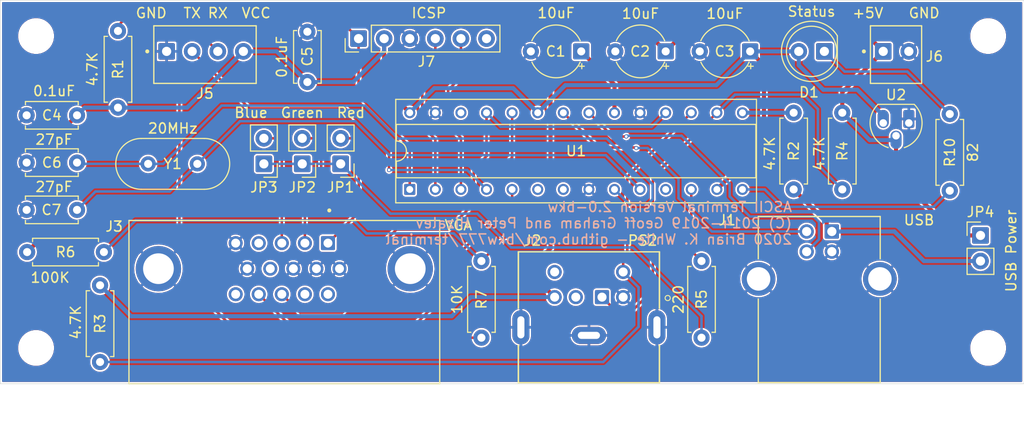
<source format=kicad_pcb>
(kicad_pcb (version 20171130) (host pcbnew 5.1.6-c6e7f7d~87~ubuntu20.04.1)
  (layers (0 F.Cu signal) (31 B.Cu signal) (34 B.Paste user) (35 F.Paste user) (36 B.SilkS user) (37 F.SilkS user) (38 B.Mask user) (39 F.Mask user) (44 Edge.Cuts user))
  (net 0 "")
  (net 1 GND)
  (net 2 "Net-(C1-Pad1)")
  (net 3 +5V)
  (net 4 VCC)
  (net 5 "Net-(C6-Pad1)")
  (net 6 "Net-(C7-Pad1)")
  (net 7 "Net-(D1-Pad1)")
  (net 8 USB_D+)
  (net 9 USB_D-)
  (net 10 USB_VBUS)
  (net 11 "Net-(J2-Pad6)")
  (net 12 PS2_CLK)
  (net 13 "Net-(J2-Pad2)")
  (net 14 "Net-(J3-Pad15)")
  (net 15 VGA_VSYNCH)
  (net 16 VGA_HSYNCH)
  (net 17 "Net-(J3-Pad12)")
  (net 18 "Net-(J3-Pad11)")
  (net 19 "Net-(J3-Pad9)")
  (net 20 "Net-(J3-Pad4)")
  (net 21 "Net-(J3-Pad3)")
  (net 22 "Net-(J3-Pad2)")
  (net 23 "Net-(J3-Pad1)")
  (net 24 "Net-(J5-Pad3)")
  (net 25 SERIAL_TXD)
  (net 26 "Net-(J7-Pad6)")
  (net 27 ICSP_PCC)
  (net 28 ICSP_PGD)
  (net 29 ICSP_MCLR)
  (net 30 "Net-(JP1-Pad1)")
  (net 31 "Net-(R2-Pad1)")
  (net 32 SERIAL_RXD)
  (net 33 "Net-(U1-Pad26)")
  (net 34 VGA_VIDEO)
  (net 35 PS2_DATA)
  (net 36 "Net-(R10-Pad1)")
  (net 37 "Net-(U1-Pad11)")
  (net 38 "Net-(U1-Pad7)")
  (net 39 "Net-(U1-Pad6)")
  (module terminal:AMPHENOL_L77HDE15SD1CH4F (layer F.Cu) (at 53.594 52.07)
    (fp_text reference J3 (at -16.891 -4.191) (layer F.SilkS))
    (fp_text value VGA (at 17.272 -4.318) (layer F.SilkS))
    (pad S2 thru_hole circle (at 12.495 0) (size 4.5 4.5) (drill 3.05) (layers *.Cu *.Mask) (net 1 GND))
    (pad S1 thru_hole circle (at -12.495 0) (size 4.5 4.5) (drill 3.05) (layers *.Cu *.Mask) (net 1 GND))
    (pad 15 thru_hole circle (at -4.83 2.54) (size 1.397 1.397) (drill 0.889) (layers *.Cu *.Mask) (net 14 "Net-(J3-Pad15)"))
    (pad 14 thru_hole circle (at -2.54 2.54) (size 1.397 1.397) (drill 0.889) (layers *.Cu *.Mask) (net 15 VGA_VSYNCH))
    (pad 13 thru_hole circle (at -0.25 2.54) (size 1.397 1.397) (drill 0.889) (layers *.Cu *.Mask) (net 16 VGA_HSYNCH))
    (pad 12 thru_hole circle (at 2.04 2.54) (size 1.397 1.397) (drill 0.889) (layers *.Cu *.Mask) (net 17 "Net-(J3-Pad12)"))
    (pad 11 thru_hole circle (at 4.33 2.54) (size 1.397 1.397) (drill 0.889) (layers *.Cu *.Mask) (net 18 "Net-(J3-Pad11)"))
    (pad 10 thru_hole circle (at -3.685 0) (size 1.397 1.397) (drill 0.889) (layers *.Cu *.Mask) (net 1 GND))
    (pad 9 thru_hole circle (at -1.395 0) (size 1.397 1.397) (drill 0.889) (layers *.Cu *.Mask) (net 19 "Net-(J3-Pad9)"))
    (pad 8 thru_hole circle (at 0.895 0) (size 1.397 1.397) (drill 0.889) (layers *.Cu *.Mask) (net 1 GND))
    (pad 7 thru_hole circle (at 3.185 0) (size 1.397 1.397) (drill 0.889) (layers *.Cu *.Mask) (net 1 GND))
    (pad 6 thru_hole circle (at 5.475 0) (size 1.397 1.397) (drill 0.889) (layers *.Cu *.Mask) (net 1 GND))
    (pad 5 thru_hole circle (at -4.83 -2.54) (size 1.397 1.397) (drill 0.889) (layers *.Cu *.Mask) (net 1 GND))
    (pad 4 thru_hole circle (at -2.54 -2.54) (size 1.397 1.397) (drill 0.889) (layers *.Cu *.Mask) (net 20 "Net-(J3-Pad4)"))
    (pad 3 thru_hole circle (at -0.25 -2.54) (size 1.397 1.397) (drill 0.889) (layers *.Cu *.Mask) (net 21 "Net-(J3-Pad3)"))
    (pad 2 thru_hole circle (at 2.04 -2.54) (size 1.397 1.397) (drill 0.889) (layers *.Cu *.Mask) (net 22 "Net-(J3-Pad2)"))
    (pad 1 thru_hole roundrect (at 4.33 -2.54) (size 1.397 1.397) (drill 0.889) (layers *.Cu *.Mask) (roundrect_rratio 0.1) (net 23 "Net-(J3-Pad1)"))
  )
  (module Package_DIP:DIP-28_W7.62mm_Socket (layer F.Cu) (at 66.04 44.196 90)
    (fp_text reference U1 (at 3.81 16.51 180) (layer F.SilkS))
    (fp_text value PIC32MX270F256B-I_SP hide)
    (pad 28 thru_hole circle (at 7.62 0 90) (size 1.0922 1.0922) (drill 0.6858) (layers *.Cu *.Mask) (net 4 VCC))
    (pad 14 thru_hole circle (at 0 33.02 90) (size 1.0922 1.0922) (drill 0.6858) (layers *.Cu *.Mask) (net 36 "Net-(R10-Pad1)"))
    (pad 27 thru_hole circle (at 7.62 2.54 90) (size 1.0922 1.0922) (drill 0.6858) (layers *.Cu *.Mask) (net 1 GND))
    (pad 13 thru_hole circle (at 0 30.48 90) (size 1.0922 1.0922) (drill 0.6858) (layers *.Cu *.Mask) (net 4 VCC))
    (pad 26 thru_hole circle (at 7.62 5.08 90) (size 1.0922 1.0922) (drill 0.6858) (layers *.Cu *.Mask) (net 33 "Net-(U1-Pad26)"))
    (pad 12 thru_hole circle (at 0 27.94 90) (size 1.0922 1.0922) (drill 0.6858) (layers *.Cu *.Mask) (net 34 VGA_VIDEO))
    (pad 25 thru_hole circle (at 7.62 7.62 90) (size 1.0922 1.0922) (drill 0.6858) (layers *.Cu *.Mask) (net 16 VGA_HSYNCH))
    (pad 11 thru_hole circle (at 0 25.4 90) (size 1.0922 1.0922) (drill 0.6858) (layers *.Cu *.Mask) (net 37 "Net-(U1-Pad11)"))
    (pad 24 thru_hole circle (at 7.62 10.16 90) (size 1.0922 1.0922) (drill 0.6858) (layers *.Cu *.Mask) (net 15 VGA_VSYNCH))
    (pad 10 thru_hole circle (at 0 22.86 90) (size 1.0922 1.0922) (drill 0.6858) (layers *.Cu *.Mask) (net 6 "Net-(C7-Pad1)"))
    (pad 23 thru_hole circle (at 7.62 12.7 90) (size 1.0922 1.0922) (drill 0.6858) (layers *.Cu *.Mask) (net 4 VCC))
    (pad 9 thru_hole circle (at 0 20.32 90) (size 1.0922 1.0922) (drill 0.6858) (layers *.Cu *.Mask) (net 5 "Net-(C6-Pad1)"))
    (pad 22 thru_hole circle (at 7.62 15.24 90) (size 1.0922 1.0922) (drill 0.6858) (layers *.Cu *.Mask) (net 9 USB_D-))
    (pad 8 thru_hole circle (at 0 17.78 90) (size 1.0922 1.0922) (drill 0.6858) (layers *.Cu *.Mask) (net 1 GND))
    (pad 21 thru_hole circle (at 7.62 17.78 90) (size 1.0922 1.0922) (drill 0.6858) (layers *.Cu *.Mask) (net 8 USB_D+))
    (pad 7 thru_hole circle (at 0 15.24 90) (size 1.0922 1.0922) (drill 0.6858) (layers *.Cu *.Mask) (net 38 "Net-(U1-Pad7)"))
    (pad 20 thru_hole circle (at 7.62 20.32 90) (size 1.0922 1.0922) (drill 0.6858) (layers *.Cu *.Mask) (net 2 "Net-(C1-Pad1)"))
    (pad 6 thru_hole circle (at 0 12.7 90) (size 1.0922 1.0922) (drill 0.6858) (layers *.Cu *.Mask) (net 39 "Net-(U1-Pad6)"))
    (pad 19 thru_hole circle (at 7.62 22.86 90) (size 1.0922 1.0922) (drill 0.6858) (layers *.Cu *.Mask) (net 1 GND))
    (pad 5 thru_hole circle (at 0 10.16 90) (size 1.0922 1.0922) (drill 0.6858) (layers *.Cu *.Mask) (net 32 SERIAL_RXD))
    (pad 18 thru_hole circle (at 7.62 25.4 90) (size 1.0922 1.0922) (drill 0.6858) (layers *.Cu *.Mask) (net 16 VGA_HSYNCH))
    (pad 4 thru_hole circle (at 0 7.62 90) (size 1.0922 1.0922) (drill 0.6858) (layers *.Cu *.Mask) (net 25 SERIAL_TXD))
    (pad 17 thru_hole circle (at 7.62 27.94 90) (size 1.0922 1.0922) (drill 0.6858) (layers *.Cu *.Mask) (net 12 PS2_CLK))
    (pad 3 thru_hole circle (at 0 5.08 90) (size 1.0922 1.0922) (drill 0.6858) (layers *.Cu *.Mask) (net 27 ICSP_PCC))
    (pad 16 thru_hole circle (at 7.62 30.48 90) (size 1.0922 1.0922) (drill 0.6858) (layers *.Cu *.Mask) (net 35 PS2_DATA))
    (pad 2 thru_hole circle (at 0 2.54 90) (size 1.0922 1.0922) (drill 0.6858) (layers *.Cu *.Mask) (net 28 ICSP_PGD))
    (pad 15 thru_hole circle (at 7.62 33.02 90) (size 1.0922 1.0922) (drill 0.6858) (layers *.Cu *.Mask) (net 31 "Net-(R2-Pad1)"))
    (pad 1 thru_hole roundrect (at 0 0 90) (size 1.0922 1.0922) (drill 0.6858) (layers *.Cu *.Mask) (roundrect_rratio 0.1) (net 29 ICSP_MCLR))
  )
  (module Connector_PinHeader_2.54mm:PinHeader_1x02_P2.54mm_Vertical (layer F.Cu) (at 51.562 41.656 180)
    (fp_text reference JP3 (at 0 -2.33 180) (layer F.SilkS))
    (fp_text value Blue (at 1.27 5.08 180) (layer F.SilkS))
    (pad 2 thru_hole circle (at 0 2.54 180) (size 1.651 1.651) (drill 0.9144) (layers *.Cu *.Mask) (net 21 "Net-(J3-Pad3)"))
    (pad 1 thru_hole roundrect (at 0 0 180) (size 1.651 1.651) (drill 0.9144) (layers *.Cu *.Mask) (roundrect_rratio 0.1) (net 30 "Net-(JP1-Pad1)"))
  )
  (module terminal:TE_3-641215-4 (layer F.Cu) (at 41.91 30.48 180)
    (fp_text reference J5 (at -3.81 -4.191 180) (layer F.SilkS) (effects (font (thickness 0.1516))))
    (fp_text value Serial hide)
    (pad 4 thru_hole circle (at -7.62 0 180) (size 1.651 1.651) (drill 0.9144) (layers *.Cu *.Mask) (net 4 VCC))
    (pad 3 thru_hole circle (at -5.08 0 180) (size 1.651 1.651) (drill 0.9144) (layers *.Cu *.Mask) (net 24 "Net-(J5-Pad3)"))
    (pad 2 thru_hole circle (at -2.54 0 180) (size 1.651 1.651) (drill 0.9144) (layers *.Cu *.Mask) (net 25 SERIAL_TXD))
    (pad 1 thru_hole roundrect (at 0 0 180) (size 1.651 1.651) (drill 0.9144) (layers *.Cu *.Mask) (roundrect_rratio 0.1) (net 1 GND))
  )
  (module Connector_PinHeader_2.54mm:PinHeader_1x06_P2.54mm_Vertical (layer F.Cu) (at 60.96 29.21 90)
    (fp_text reference J7 (at -2.286 6.731) (layer F.SilkS))
    (fp_text value ICSP (at 2.54 6.985 180) (layer F.SilkS))
    (pad 6 thru_hole circle (at 0 12.7 90) (size 1.651 1.651) (drill 0.9144) (layers *.Cu *.Mask) (net 26 "Net-(J7-Pad6)"))
    (pad 5 thru_hole circle (at 0 10.16 90) (size 1.651 1.651) (drill 0.9144) (layers *.Cu *.Mask) (net 27 ICSP_PCC))
    (pad 4 thru_hole circle (at 0 7.62 90) (size 1.651 1.651) (drill 0.9144) (layers *.Cu *.Mask) (net 28 ICSP_PGD))
    (pad 3 thru_hole circle (at 0 5.08 90) (size 1.651 1.651) (drill 0.9144) (layers *.Cu *.Mask) (net 1 GND))
    (pad 2 thru_hole circle (at 0 2.54 90) (size 1.651 1.651) (drill 0.9144) (layers *.Cu *.Mask) (net 4 VCC))
    (pad 1 thru_hole roundrect (at 0 0 90) (size 1.651 1.651) (drill 0.9144) (layers *.Cu *.Mask) (roundrect_rratio 0.1) (net 29 ICSP_MCLR))
  )
  (module terminal:OST_USB-B1HSB6 (layer F.Cu) (at 106.68 53.086)
    (fp_text reference J1 (at -9.144 -5.842 180) (layer F.SilkS) (effects (font (size 1.00039 1.00039))))
    (fp_text value USB (at 9.906 -5.842 180) (layer F.SilkS) (effects (font (size 1.00123 1.00123))))
    (pad 5 thru_hole circle (at 6.02 0) (size 3.346 3.346) (drill 2.33) (layers *.Cu *.Mask) (net 1 GND))
    (pad 5 thru_hole circle (at -6.02 0) (size 3.346 3.346) (drill 2.33) (layers *.Cu *.Mask) (net 1 GND))
    (pad 4 thru_hole circle (at 1.25 -2.71) (size 1.4224 1.4224) (drill 0.9144) (layers *.Cu *.Mask) (net 1 GND))
    (pad 3 thru_hole circle (at -1.25 -2.71) (size 1.4224 1.4224) (drill 0.9144) (layers *.Cu *.Mask) (net 8 USB_D+))
    (pad 2 thru_hole circle (at -1.25 -4.71) (size 1.4224 1.4224) (drill 0.9144) (layers *.Cu *.Mask) (net 9 USB_D-))
    (pad 1 thru_hole roundrect (at 1.25 -4.71) (size 1.4224 1.4224) (drill 0.9144) (layers *.Cu *.Mask) (roundrect_rratio 0.1) (net 10 USB_VBUS))
  )
  (module terminal:CUI_MD-60SM (layer F.Cu) (at 83.82 56.896 180)
    (fp_text reference J2 (at 5.588 7.62) (layer F.SilkS) (effects (font (size 1.00087 1.00087))))
    (fp_text value PS2 (at -5.334 7.62) (layer F.SilkS) (effects (font (size 1.00192 1.00192))))
    (pad S3 thru_hole oval (at 6.75 -1 270) (size 3.400001 1.7) (drill oval 2.2 0.7) (layers *.Cu *.Mask) (net 1 GND))
    (pad S2 thru_hole oval (at -6.75 -1 270) (size 3.400001 1.7) (drill oval 2.2 0.7) (layers *.Cu *.Mask) (net 1 GND))
    (pad 6 thru_hole circle (at 3.4 4.5 180) (size 1.408 1.408) (drill 0.9) (layers *.Cu *.Mask) (net 11 "Net-(J2-Pad6)"))
    (pad 5 thru_hole circle (at -3.4 4.5 180) (size 1.408 1.408) (drill 0.9) (layers *.Cu *.Mask) (net 12 PS2_CLK))
    (pad 4 thru_hole circle (at 3.4 2 180) (size 1.408 1.408) (drill 0.9) (layers *.Cu *.Mask) (net 3 +5V))
    (pad 2 thru_hole circle (at 1.3 2 180) (size 1.408 1.408) (drill 0.9) (layers *.Cu *.Mask) (net 13 "Net-(J2-Pad2)"))
    (pad 1 thru_hole roundrect (at -1.3 2 180) (size 1.408 1.408) (drill 0.9) (layers *.Cu *.Mask) (roundrect_rratio 0.1) (net 35 PS2_DATA))
    (pad 3 thru_hole circle (at -3.4 2 180) (size 1.408 1.408) (drill 0.9) (layers *.Cu *.Mask) (net 1 GND))
    (pad S1 thru_hole oval (at 0 -1.8 180) (size 3.400001 1.7) (drill oval 2.2 0.7) (layers *.Cu *.Mask) (net 1 GND))
  )
  (module terminal:TE_3-641215-2 (layer F.Cu) (at 113.03 30.48 180)
    (fp_text reference J6 (at -5.08 -0.508) (layer F.SilkS) (effects (font (thickness 0.14986))))
    (fp_text value "External 5V" hide)
    (pad 2 thru_hole circle (at -2.54 0 180) (size 1.651 1.651) (drill 0.9144) (layers *.Cu *.Mask) (net 1 GND))
    (pad 1 thru_hole roundrect (at 0 0 180) (size 1.651 1.651) (drill 0.9144) (layers *.Cu *.Mask) (roundrect_rratio 0.1) (net 3 +5V))
  )
  (module Package_TO_SOT_THT:TO-92_HandSolder (layer F.Cu) (at 115.57 37.592 180)
    (fp_text reference U2 (at 1.27 2.794) (layer F.SilkS))
    (fp_text value MCP1700-3302E_TO92 hide)
    (pad 1 thru_hole roundrect (at 0 0 180) (size 1.1 1.8) (drill 0.75 (offset 0 0.4)) (layers *.Cu *.Mask) (roundrect_rratio 0.2) (net 1 GND))
    (pad 3 thru_hole oval (at 2.54 0 180) (size 1.1 1.8) (drill 0.75 (offset 0 0.4)) (layers *.Cu *.Mask) (net 4 VCC))
    (pad 2 thru_hole oval (at 1.27 -1.27 180) (size 1.1 1.8) (drill 0.75 (offset 0 -0.4)) (layers *.Cu *.Mask) (net 3 +5V))
  )
  (module Resistor_THT:R_Axial_DIN0207_L6.3mm_D2.5mm_P7.62mm_Horizontal (layer F.Cu) (at 119.634 44.323 90)
    (fp_text reference R10 (at 3.81 0 90) (layer F.SilkS))
    (fp_text value 82 (at 3.81 2.286 90) (layer F.SilkS))
    (pad 2 thru_hole oval (at 7.62 0 90) (size 1.6 1.6) (drill 0.8) (layers *.Cu *.Mask) (net 7 "Net-(D1-Pad1)"))
    (pad 1 thru_hole circle (at 0 0 90) (size 1.6 1.6) (drill 0.8) (layers *.Cu *.Mask) (net 36 "Net-(R10-Pad1)"))
  )
  (module Resistor_THT:R_Axial_DIN0207_L6.3mm_D2.5mm_P7.62mm_Horizontal (layer F.Cu) (at 73.152 58.928 90)
    (fp_text reference R7 (at 3.81 0 90) (layer F.SilkS))
    (fp_text value 10K (at 3.81 -2.413 90) (layer F.SilkS))
    (pad 2 thru_hole oval (at 7.62 0 90) (size 1.6 1.6) (drill 0.8) (layers *.Cu *.Mask) (net 32 SERIAL_RXD))
    (pad 1 thru_hole circle (at 0 0 90) (size 1.6 1.6) (drill 0.8) (layers *.Cu *.Mask) (net 24 "Net-(J5-Pad3)"))
  )
  (module Resistor_THT:R_Axial_DIN0207_L6.3mm_D2.5mm_P7.62mm_Horizontal (layer F.Cu) (at 35.687 50.419 180)
    (fp_text reference R6 (at 3.81 0) (layer F.SilkS))
    (fp_text value 100K (at 5.334 -2.54) (layer F.SilkS))
    (pad 2 thru_hole oval (at 7.62 0 180) (size 1.6 1.6) (drill 0.8) (layers *.Cu *.Mask) (net 4 VCC))
    (pad 1 thru_hole circle (at 0 0 180) (size 1.6 1.6) (drill 0.8) (layers *.Cu *.Mask) (net 32 SERIAL_RXD))
  )
  (module Resistor_THT:R_Axial_DIN0207_L6.3mm_D2.5mm_P7.62mm_Horizontal (layer F.Cu) (at 94.996 58.928 90)
    (fp_text reference R5 (at 3.81 0 90) (layer F.SilkS))
    (fp_text value 220 (at 3.81 -2.286 90) (layer F.SilkS))
    (pad 2 thru_hole oval (at 7.62 0 90) (size 1.6 1.6) (drill 0.8) (layers *.Cu *.Mask) (net 34 VGA_VIDEO))
    (pad 1 thru_hole circle (at 0 0 90) (size 1.6 1.6) (drill 0.8) (layers *.Cu *.Mask) (net 30 "Net-(JP1-Pad1)"))
  )
  (module Resistor_THT:R_Axial_DIN0207_L6.3mm_D2.5mm_P7.62mm_Horizontal (layer F.Cu) (at 108.966 44.196 90)
    (fp_text reference R4 (at 3.81 0 90) (layer F.SilkS))
    (fp_text value 4.7K (at 3.556 -2.286 90) (layer F.SilkS))
    (pad 2 thru_hole oval (at 7.62 0 90) (size 1.6 1.6) (drill 0.8) (layers *.Cu *.Mask) (net 3 +5V))
    (pad 1 thru_hole circle (at 0 0 90) (size 1.6 1.6) (drill 0.8) (layers *.Cu *.Mask) (net 35 PS2_DATA))
  )
  (module Resistor_THT:R_Axial_DIN0207_L6.3mm_D2.5mm_P7.62mm_Horizontal (layer F.Cu) (at 35.306 61.341 90)
    (fp_text reference R3 (at 3.81 0 90) (layer F.SilkS))
    (fp_text value 4.7K (at 3.937 -2.413 90) (layer F.SilkS))
    (pad 2 thru_hole oval (at 7.62 0 90) (size 1.6 1.6) (drill 0.8) (layers *.Cu *.Mask) (net 3 +5V))
    (pad 1 thru_hole circle (at 0 0 90) (size 1.6 1.6) (drill 0.8) (layers *.Cu *.Mask) (net 12 PS2_CLK))
  )
  (module Resistor_THT:R_Axial_DIN0207_L6.3mm_D2.5mm_P7.62mm_Horizontal (layer F.Cu) (at 104.14 36.576 270)
    (fp_text reference R2 (at 3.81 0 90) (layer F.SilkS))
    (fp_text value 4.7K (at 4.064 2.37 90) (layer F.SilkS))
    (pad 2 thru_hole oval (at 7.62 0 270) (size 1.6 1.6) (drill 0.8) (layers *.Cu *.Mask) (net 10 USB_VBUS))
    (pad 1 thru_hole circle (at 0 0 270) (size 1.6 1.6) (drill 0.8) (layers *.Cu *.Mask) (net 31 "Net-(R2-Pad1)"))
  )
  (module Resistor_THT:R_Axial_DIN0207_L6.3mm_D2.5mm_P7.62mm_Horizontal (layer F.Cu) (at 37.084 28.448 270)
    (fp_text reference R1 (at 3.81 0 90) (layer F.SilkS))
    (fp_text value 4.7K (at 3.81 2.54 90) (layer F.SilkS))
    (pad 2 thru_hole oval (at 7.62 0 270) (size 1.6 1.6) (drill 0.8) (layers *.Cu *.Mask) (net 4 VCC))
    (pad 1 thru_hole circle (at 0 0 270) (size 1.6 1.6) (drill 0.8) (layers *.Cu *.Mask) (net 29 ICSP_MCLR))
  )
  (module MountingHole:MountingHole_3.2mm_M3 (layer F.Cu) (at 123.444 28.956 180)
    (fp_text reference REF** hide)
    (fp_text value MountingHole_3.2mm_M3 hide)
    (pad 1 np_thru_hole circle (at 0 0 180) (size 3.2 3.2) (drill 3.2) (layers *.Cu *.Mask))
  )
  (module MountingHole:MountingHole_3.2mm_M3 (layer F.Cu) (at 28.956 28.956 180)
    (fp_text reference REF** hide)
    (fp_text value MountingHole_3.2mm_M3 hide)
    (pad 1 np_thru_hole circle (at 0 0 180) (size 3.2 3.2) (drill 3.2) (layers *.Cu *.Mask))
  )
  (module MountingHole:MountingHole_3.2mm_M3 (layer F.Cu) (at 28.956 59.944 180)
    (fp_text reference REF** hide)
    (fp_text value MountingHole_3.2mm_M3 hide)
    (pad 1 np_thru_hole circle (at 0 0 180) (size 3.2 3.2) (drill 3.2) (layers *.Cu *.Mask))
  )
  (module MountingHole:MountingHole_3.2mm_M3 (layer F.Cu) (at 123.444 59.944 180)
    (fp_text reference REF** hide)
    (fp_text value MountingHole_3.2mm_M3 hide)
    (pad 1 np_thru_hole circle (at 0 0 180) (size 3.2 3.2) (drill 3.2) (layers *.Cu *.Mask))
  )
  (module Capacitor_THT:C_Disc_D5.0mm_W2.5mm_P5.00mm (layer F.Cu) (at 33.02 46.228 180)
    (fp_text reference C7 (at 2.54 0) (layer F.SilkS))
    (fp_text value 27pF (at 2.286 2.286) (layer F.SilkS))
    (pad 2 thru_hole circle (at 5 0 180) (size 1.6 1.6) (drill 0.8) (layers *.Cu *.Mask) (net 1 GND))
    (pad 1 thru_hole circle (at 0 0 180) (size 1.6 1.6) (drill 0.8) (layers *.Cu *.Mask) (net 6 "Net-(C7-Pad1)"))
  )
  (module Capacitor_THT:C_Disc_D5.0mm_W2.5mm_P5.00mm (layer F.Cu) (at 33.02 41.529 180)
    (fp_text reference C6 (at 2.5 0) (layer F.SilkS))
    (fp_text value 27pF (at 2.286 2.286) (layer F.SilkS))
    (pad 2 thru_hole circle (at 5 0 180) (size 1.6 1.6) (drill 0.8) (layers *.Cu *.Mask) (net 1 GND))
    (pad 1 thru_hole circle (at 0 0 180) (size 1.6 1.6) (drill 0.8) (layers *.Cu *.Mask) (net 5 "Net-(C6-Pad1)"))
  )
  (module Capacitor_THT:C_Disc_D5.0mm_W2.5mm_P5.00mm (layer F.Cu) (at 55.88 33.528 90)
    (fp_text reference C5 (at 2.54 0 90) (layer F.SilkS))
    (fp_text value 0.1uF (at 2.5 -2.54 90) (layer F.SilkS))
    (pad 2 thru_hole circle (at 5 0 90) (size 1.6 1.6) (drill 0.8) (layers *.Cu *.Mask) (net 1 GND))
    (pad 1 thru_hole circle (at 0 0 90) (size 1.6 1.6) (drill 0.8) (layers *.Cu *.Mask) (net 4 VCC))
  )
  (module Capacitor_THT:C_Disc_D5.0mm_W2.5mm_P5.00mm (layer F.Cu) (at 33.02 36.83 180)
    (fp_text reference C4 (at 2.5 0) (layer F.SilkS))
    (fp_text value 0.1uF (at 2.286 2.413) (layer F.SilkS))
    (pad 2 thru_hole circle (at 5 0 180) (size 1.6 1.6) (drill 0.8) (layers *.Cu *.Mask) (net 1 GND))
    (pad 1 thru_hole circle (at 0 0 180) (size 1.6 1.6) (drill 0.8) (layers *.Cu *.Mask) (net 4 VCC))
  )
  (module Capacitor_THT:CP_Radial_Tantal_D5.0mm_P5.00mm (layer F.Cu) (at 99.822 30.48 180)
    (fp_text reference C3 (at 2.54 0) (layer F.SilkS))
    (fp_text value 10uF (at 2.5 3.75) (layer F.SilkS))
    (pad 2 thru_hole circle (at 5 0 180) (size 1.6 1.6) (drill 0.8) (layers *.Cu *.Mask) (net 1 GND))
    (pad 1 thru_hole roundrect (at 0 0 180) (size 1.6 1.6) (drill 0.8) (layers *.Cu *.Mask) (roundrect_rratio 0.1) (net 4 VCC))
  )
  (module Capacitor_THT:CP_Radial_Tantal_D5.0mm_P5.00mm (layer F.Cu) (at 91.44 30.48 180)
    (fp_text reference C2 (at 2.54 0) (layer F.SilkS))
    (fp_text value 10uF (at 2.5 3.75) (layer F.SilkS))
    (pad 2 thru_hole circle (at 5 0 180) (size 1.6 1.6) (drill 0.8) (layers *.Cu *.Mask) (net 1 GND))
    (pad 1 thru_hole roundrect (at 0 0 180) (size 1.6 1.6) (drill 0.8) (layers *.Cu *.Mask) (roundrect_rratio 0.1) (net 3 +5V))
  )
  (module Capacitor_THT:CP_Radial_Tantal_D5.0mm_P5.00mm (layer F.Cu) (at 83.058 30.48 180)
    (fp_text reference C1 (at 2.54 0) (layer F.SilkS))
    (fp_text value 10uF (at 2.5 3.81) (layer F.SilkS))
    (pad 2 thru_hole circle (at 5 0 180) (size 1.6 1.6) (drill 0.8) (layers *.Cu *.Mask) (net 1 GND))
    (pad 1 thru_hole roundrect (at 0 0 180) (size 1.6 1.6) (drill 0.8) (layers *.Cu *.Mask) (roundrect_rratio 0.1) (net 2 "Net-(C1-Pad1)"))
  )
  (module Crystal:Crystal_HC49-U_Vertical (layer F.Cu) (at 44.958 41.656 180)
    (fp_text reference Y1 (at 2.44 0) (layer F.SilkS))
    (fp_text value 20MHz (at 2.44 3.525) (layer F.SilkS))
    (pad 2 thru_hole circle (at 4.88 0 180) (size 1.5 1.5) (drill 0.8) (layers *.Cu *.Mask) (net 5 "Net-(C6-Pad1)"))
    (pad 1 thru_hole circle (at 0 0 180) (size 1.5 1.5) (drill 0.8) (layers *.Cu *.Mask) (net 6 "Net-(C7-Pad1)"))
  )
  (module Connector_PinHeader_2.54mm:PinHeader_1x02_P2.54mm_Vertical (layer F.Cu) (at 122.682 48.768)
    (fp_text reference JP4 (at 0 -2.33) (layer F.SilkS))
    (fp_text value "USB Power" (at 3.048 1.524 90) (layer F.SilkS))
    (pad 1 thru_hole roundrect (at 0 0) (size 1.651 1.651) (drill 0.9144) (layers *.Cu *.Mask) (roundrect_rratio 0.1) (net 3 +5V))
    (pad 2 thru_hole circle (at 0 2.54) (size 1.651 1.651) (drill 0.9144) (layers *.Cu *.Mask) (net 10 USB_VBUS))
  )
  (module Connector_PinHeader_2.54mm:PinHeader_1x02_P2.54mm_Vertical (layer F.Cu) (at 55.372 41.656 180)
    (fp_text reference JP2 (at 0 -2.33) (layer F.SilkS))
    (fp_text value Green (at 0 5.08) (layer F.SilkS))
    (pad 2 thru_hole circle (at 0 2.54 180) (size 1.651 1.651) (drill 0.9144) (layers *.Cu *.Mask) (net 22 "Net-(J3-Pad2)"))
    (pad 1 thru_hole roundrect (at 0 0 180) (size 1.651 1.651) (drill 0.9144) (layers *.Cu *.Mask) (roundrect_rratio 0.1) (net 30 "Net-(JP1-Pad1)"))
  )
  (module Connector_PinHeader_2.54mm:PinHeader_1x02_P2.54mm_Vertical (layer F.Cu) (at 59.182 41.656 180)
    (fp_text reference JP1 (at 0 -2.33) (layer F.SilkS))
    (fp_text value Red (at -1.016 5.08) (layer F.SilkS))
    (pad 1 thru_hole roundrect (at 0 0 180) (size 1.651 1.651) (drill 0.9144) (layers *.Cu *.Mask) (roundrect_rratio 0.1) (net 30 "Net-(JP1-Pad1)"))
    (pad 2 thru_hole circle (at 0 2.54 180) (size 1.651 1.651) (drill 0.9144) (layers *.Cu *.Mask) (net 23 "Net-(J3-Pad1)"))
  )
  (module LED_THT:LED_D5.0mm (layer F.Cu) (at 107.188 30.48 180)
    (fp_text reference D1 (at 1.524 -4.064) (layer F.SilkS))
    (fp_text value Status (at 1.27 3.96) (layer F.SilkS))
    (pad 2 thru_hole circle (at 2.54 0 180) (size 1.651 1.651) (drill 0.9144) (layers *.Cu *.Mask) (net 4 VCC))
    (pad 1 thru_hole roundrect (at 0 0 180) (size 1.651 1.651) (drill 0.9144) (layers *.Cu *.Mask) (roundrect_rratio 0.1) (net 7 "Net-(D1-Pad1)"))
  )
  (gr_text "ASCII Terminal Version 2.0-bkw\n(C) 2014-2019 Geoff Graham and Peter Hizalev\n2020 Brian K. White - github.com/bkw777/terminal" (at 104.0638 47.5488) (layer B.SilkS) (effects (font (size 1 1)) (justify left mirror)))
  (gr_line (start 25.4 25.4) (end 25.4 63.5) (layer Edge.Cuts) (width 0.05))
  (gr_line (start 127 25.4) (end 127 63.5) (layer Edge.Cuts) (width 0.05))
  (gr_line (start 127 63.5) (end 25.4 63.5) (layer Edge.Cuts) (width 0.05))
  (gr_line (start 25.4 25.4) (end 127 25.4) (layer Edge.Cuts) (width 0.05))
  (gr_text VCC (at 50.8 26.67) (layer F.SilkS) (effects (font (size 1 1) (thickness 0.14986))))
  (gr_text RX (at 46.99 26.67) (layer F.SilkS) (effects (font (size 1 1) (thickness 0.14986))))
  (gr_text TX (at 44.45 26.67) (layer F.SilkS) (effects (font (size 1 1) (thickness 0.14986))))
  (gr_text GND (at 40.386 26.67) (layer F.SilkS) (effects (font (size 1 1) (thickness 0.14986))))
  (gr_text GND (at 117.094 26.67) (layer F.SilkS) (effects (font (size 1 1) (thickness 0.14986))))
  (gr_text +5V (at 111.506 26.67) (layer F.SilkS) (effects (font (size 1 1) (thickness 0.14986))))
  (segment (start 86.36 33.782) (end 86.36 36.576) (width 0.4064) (layer F.Cu) (net 2))
  (segment (start 83.058 30.48) (end 86.36 33.782) (width 0.4064) (layer F.Cu) (net 2))
  (segment (start 108.966 34.544) (end 113.03 30.48) (width 0.4064) (layer F.Cu) (net 3))
  (segment (start 108.966 36.576) (end 108.966 34.544) (width 0.4064) (layer F.Cu) (net 3))
  (segment (start 38.3794 56.7944) (end 35.306 53.721) (width 0.4064) (layer B.Cu) (net 3))
  (segment (start 70.2056 56.7944) (end 38.3794 56.7944) (width 0.4064) (layer B.Cu) (net 3))
  (segment (start 72.104 54.896) (end 70.2056 56.7944) (width 0.4064) (layer B.Cu) (net 3))
  (segment (start 80.42 54.896) (end 72.104 54.896) (width 0.4064) (layer B.Cu) (net 3))
  (segment (start 78.6384 53.1144) (end 80.42 54.896) (width 0.4064) (layer F.Cu) (net 3))
  (segment (start 78.6384 51.4096) (end 78.6384 53.1144) (width 0.4064) (layer F.Cu) (net 3))
  (segment (start 80.01 50.038) (end 78.6384 51.4096) (width 0.4064) (layer F.Cu) (net 3))
  (segment (start 81.6102 28.448) (end 80.01 30.0482) (width 0.4064) (layer F.Cu) (net 3))
  (segment (start 80.01 30.0482) (end 80.01 50.038) (width 0.4064) (layer F.Cu) (net 3))
  (segment (start 89.408 28.448) (end 81.6102 28.448) (width 0.4064) (layer F.Cu) (net 3))
  (segment (start 91.44 30.48) (end 89.408 28.448) (width 0.4064) (layer F.Cu) (net 3))
  (segment (start 111.0996 28.5496) (end 113.03 30.48) (width 0.4064) (layer F.Cu) (net 3))
  (segment (start 93.3704 28.5496) (end 111.0996 28.5496) (width 0.4064) (layer F.Cu) (net 3))
  (segment (start 91.44 30.48) (end 93.3704 28.5496) (width 0.4064) (layer F.Cu) (net 3))
  (segment (start 113.8682 39.2938) (end 114.3 38.862) (width 0.4064) (layer B.Cu) (net 3))
  (segment (start 111.6838 39.2938) (end 113.8682 39.2938) (width 0.4064) (layer B.Cu) (net 3))
  (segment (start 108.966 36.576) (end 111.6838 39.2938) (width 0.4064) (layer B.Cu) (net 3))
  (segment (start 120.2944 48.768) (end 122.682 48.768) (width 0.4064) (layer F.Cu) (net 3))
  (segment (start 114.3 42.7736) (end 120.2944 48.768) (width 0.4064) (layer F.Cu) (net 3))
  (segment (start 114.3 38.862) (end 114.3 42.7736) (width 0.4064) (layer F.Cu) (net 3))
  (segment (start 63.5 34.036) (end 66.04 36.576) (width 0.4064) (layer F.Cu) (net 4))
  (segment (start 63.5 29.21) (end 63.5 34.036) (width 0.4064) (layer F.Cu) (net 4))
  (segment (start 52.832 30.48) (end 49.53 30.48) (width 0.4064) (layer B.Cu) (net 4))
  (segment (start 55.88 33.528) (end 52.832 30.48) (width 0.4064) (layer B.Cu) (net 4))
  (segment (start 43.942 36.068) (end 37.084 36.068) (width 0.4064) (layer B.Cu) (net 4))
  (segment (start 49.53 30.48) (end 43.942 36.068) (width 0.4064) (layer B.Cu) (net 4))
  (segment (start 33.782 36.068) (end 33.02 36.83) (width 0.4064) (layer B.Cu) (net 4))
  (segment (start 37.084 36.068) (end 33.782 36.068) (width 0.4064) (layer B.Cu) (net 4))
  (segment (start 99.822 30.48) (end 104.648 30.48) (width 0.4064) (layer B.Cu) (net 4))
  (segment (start 30.5308 39.3192) (end 30.5308 47.9552) (width 0.4064) (layer F.Cu) (net 4))
  (segment (start 33.02 36.83) (end 30.5308 39.3192) (width 0.4064) (layer F.Cu) (net 4))
  (segment (start 30.5308 47.9552) (end 28.067 50.419) (width 0.4064) (layer F.Cu) (net 4))
  (segment (start 101.1936 39.5224) (end 96.52 44.196) (width 0.4064) (layer F.Cu) (net 4))
  (segment (start 101.1936 31.8516) (end 101.1936 39.5224) (width 0.4064) (layer F.Cu) (net 4))
  (segment (start 99.822 30.48) (end 101.1936 31.8516) (width 0.4064) (layer F.Cu) (net 4))
  (segment (start 63.5 30.4546) (end 63.5 29.21) (width 0.4064) (layer B.Cu) (net 4))
  (segment (start 60.4266 33.528) (end 63.5 30.4546) (width 0.4064) (layer B.Cu) (net 4))
  (segment (start 55.88 33.528) (end 60.4266 33.528) (width 0.4064) (layer B.Cu) (net 4))
  (segment (start 113.03 36.8554) (end 113.03 37.592) (width 0.4064) (layer B.Cu) (net 4))
  (segment (start 110.4646 34.29) (end 113.03 36.8554) (width 0.4064) (layer B.Cu) (net 4))
  (segment (start 107.0864 34.29) (end 110.4646 34.29) (width 0.4064) (layer B.Cu) (net 4))
  (segment (start 104.648 31.8516) (end 107.0864 34.29) (width 0.4064) (layer B.Cu) (net 4))
  (segment (start 104.648 30.48) (end 104.648 31.8516) (width 0.4064) (layer B.Cu) (net 4))
  (segment (start 96.4692 33.8328) (end 99.822 30.48) (width 0.4064) (layer B.Cu) (net 4))
  (segment (start 81.4832 33.8328) (end 96.4692 33.8328) (width 0.4064) (layer B.Cu) (net 4))
  (segment (start 78.74 36.576) (end 81.4832 33.8328) (width 0.4064) (layer B.Cu) (net 4))
  (segment (start 68.4784 34.1376) (end 76.3016 34.1376) (width 0.4064) (layer B.Cu) (net 4))
  (segment (start 76.3016 34.1376) (end 78.74 36.576) (width 0.4064) (layer B.Cu) (net 4))
  (segment (start 66.04 36.576) (end 68.4784 34.1376) (width 0.4064) (layer B.Cu) (net 4))
  (segment (start 33.147 41.656) (end 33.02 41.529) (width 0.25) (layer B.Cu) (net 5))
  (segment (start 40.078 41.656) (end 33.147 41.656) (width 0.25) (layer B.Cu) (net 5))
  (segment (start 41.5798 41.656) (end 40.078 41.656) (width 0.25) (layer B.Cu) (net 5))
  (segment (start 47.371 35.8648) (end 41.5798 41.656) (width 0.25) (layer B.Cu) (net 5))
  (segment (start 61.595 35.8648) (end 47.371 35.8648) (width 0.25) (layer B.Cu) (net 5))
  (segment (start 64.8716 39.1414) (end 61.595 35.8648) (width 0.25) (layer B.Cu) (net 5))
  (segment (start 90.1446 45.1612) (end 90.1446 43.688) (width 0.25) (layer B.Cu) (net 5))
  (segment (start 90.1446 43.688) (end 85.598 39.1414) (width 0.25) (layer B.Cu) (net 5))
  (segment (start 89.5604 45.7454) (end 90.1446 45.1612) (width 0.25) (layer B.Cu) (net 5))
  (segment (start 87.9094 45.7454) (end 89.5604 45.7454) (width 0.25) (layer B.Cu) (net 5))
  (segment (start 85.598 39.1414) (end 64.8716 39.1414) (width 0.25) (layer B.Cu) (net 5))
  (segment (start 86.36 44.196) (end 87.9094 45.7454) (width 0.25) (layer B.Cu) (net 5))
  (segment (start 64.008 40.7924) (end 85.4964 40.7924) (width 0.25) (layer B.Cu) (net 6))
  (segment (start 85.4964 40.7924) (end 88.9 44.196) (width 0.25) (layer B.Cu) (net 6))
  (segment (start 60.6298 37.4142) (end 64.008 40.7924) (width 0.25) (layer B.Cu) (net 6))
  (segment (start 49.1998 37.4142) (end 60.6298 37.4142) (width 0.25) (layer B.Cu) (net 6))
  (segment (start 44.958 41.656) (end 49.1998 37.4142) (width 0.25) (layer B.Cu) (net 6))
  (segment (start 34.8488 44.3992) (end 33.02 46.228) (width 0.25) (layer B.Cu) (net 6))
  (segment (start 42.2148 44.3992) (end 34.8488 44.3992) (width 0.25) (layer B.Cu) (net 6))
  (segment (start 44.958 41.656) (end 42.2148 44.3992) (width 0.25) (layer B.Cu) (net 6))
  (segment (start 115.4176 32.4866) (end 119.634 36.703) (width 0.25) (layer B.Cu) (net 7))
  (segment (start 109.1946 32.4866) (end 115.4176 32.4866) (width 0.25) (layer B.Cu) (net 7))
  (segment (start 107.188 30.48) (end 109.1946 32.4866) (width 0.25) (layer B.Cu) (net 7))
  (segment (start 86.1822 38.9382) (end 83.82 36.576) (width 0.25) (layer F.Cu) (net 8))
  (segment (start 87.5284 38.9382) (end 86.1822 38.9382) (width 0.25) (layer F.Cu) (net 8))
  (via (at 87.5284 38.9382) (size 0.4064) (drill 0.254) (layers F.Cu B.Cu) (net 8))
  (segment (start 106.1212 46.8884) (end 106.6546 47.4218) (width 0.25) (layer B.Cu) (net 8))
  (segment (start 99.7966 46.8884) (end 106.1212 46.8884) (width 0.25) (layer B.Cu) (net 8))
  (segment (start 97.79 44.8818) (end 99.7966 46.8884) (width 0.25) (layer B.Cu) (net 8))
  (segment (start 106.6546 49.1514) (end 105.43 50.376) (width 0.25) (layer B.Cu) (net 8))
  (segment (start 106.6546 47.4218) (end 106.6546 49.1514) (width 0.25) (layer B.Cu) (net 8))
  (segment (start 97.79 43.6372) (end 97.79 44.8818) (width 0.25) (layer B.Cu) (net 8))
  (segment (start 93.0148 38.862) (end 97.79 43.6372) (width 0.25) (layer B.Cu) (net 8))
  (segment (start 87.6046 38.862) (end 93.0148 38.862) (width 0.25) (layer B.Cu) (net 8))
  (segment (start 87.5284 38.9382) (end 87.6046 38.862) (width 0.25) (layer B.Cu) (net 8))
  (segment (start 96.0264 48.376) (end 105.43 48.376) (width 0.25) (layer B.Cu) (net 9))
  (segment (start 92.71 45.0596) (end 96.0264 48.376) (width 0.25) (layer B.Cu) (net 9))
  (segment (start 89.6366 40.0812) (end 92.71 43.1546) (width 0.25) (layer B.Cu) (net 9))
  (segment (start 92.71 43.1546) (end 92.71 45.0596) (width 0.25) (layer B.Cu) (net 9))
  (segment (start 84.7344 40.0304) (end 81.28 36.576) (width 0.25) (layer F.Cu) (net 9))
  (segment (start 88.4682 40.0304) (end 84.7344 40.0304) (width 0.25) (layer F.Cu) (net 9))
  (segment (start 88.519 40.0812) (end 88.4682 40.0304) (width 0.25) (layer F.Cu) (net 9))
  (segment (start 88.519 40.0812) (end 89.6366 40.0812) (width 0.25) (layer B.Cu) (net 9))
  (via (at 88.519 40.0812) (size 0.4064) (drill 0.254) (layers F.Cu B.Cu) (net 9))
  (segment (start 117.0686 51.308) (end 122.682 51.308) (width 0.4064) (layer B.Cu) (net 10))
  (segment (start 114.1366 48.376) (end 117.0686 51.308) (width 0.4064) (layer B.Cu) (net 10))
  (segment (start 107.93 48.376) (end 114.1366 48.376) (width 0.4064) (layer B.Cu) (net 10))
  (segment (start 107.9246 48.3706) (end 107.93 48.376) (width 0.25) (layer F.Cu) (net 10))
  (segment (start 107.4166 47.4726) (end 107.4166 47.8626) (width 0.4064) (layer F.Cu) (net 10))
  (segment (start 107.4166 47.8626) (end 107.93 48.376) (width 0.4064) (layer F.Cu) (net 10))
  (segment (start 104.14 44.196) (end 107.4166 47.4726) (width 0.4064) (layer F.Cu) (net 10))
  (segment (start 88.7476 53.9236) (end 87.22 52.396) (width 0.25) (layer B.Cu) (net 12))
  (segment (start 88.7476 57.8358) (end 88.7476 53.9236) (width 0.25) (layer B.Cu) (net 12))
  (segment (start 85.2424 61.341) (end 88.7476 57.8358) (width 0.25) (layer B.Cu) (net 12))
  (segment (start 35.306 61.341) (end 85.2424 61.341) (width 0.25) (layer B.Cu) (net 12))
  (segment (start 87.22 50.8036) (end 87.22 52.396) (width 0.25) (layer F.Cu) (net 12))
  (segment (start 87.63 50.3936) (end 87.22 50.8036) (width 0.25) (layer F.Cu) (net 12))
  (segment (start 87.63 42.926) (end 87.63 50.3936) (width 0.25) (layer F.Cu) (net 12))
  (segment (start 93.98 36.576) (end 87.63 42.926) (width 0.25) (layer F.Cu) (net 12))
  (segment (start 51.946499 55.502499) (end 51.054 54.61) (width 0.25) (layer F.Cu) (net 15))
  (segment (start 54.0512 57.6072) (end 51.946499 55.502499) (width 0.25) (layer F.Cu) (net 15))
  (segment (start 66.5988 57.6072) (end 54.0512 57.6072) (width 0.25) (layer F.Cu) (net 15))
  (segment (start 70.739 53.467) (end 66.5988 57.6072) (width 0.25) (layer F.Cu) (net 15))
  (segment (start 70.739 50.7746) (end 70.739 53.467) (width 0.25) (layer F.Cu) (net 15))
  (segment (start 74.93 46.5836) (end 70.739 50.7746) (width 0.25) (layer F.Cu) (net 15))
  (segment (start 74.93 42.291) (end 74.93 46.5836) (width 0.25) (layer F.Cu) (net 15))
  (segment (start 76.2 41.021) (end 74.93 42.291) (width 0.25) (layer F.Cu) (net 15))
  (segment (start 76.2 36.576) (end 76.2 41.021) (width 0.25) (layer F.Cu) (net 15))
  (segment (start 54.236499 55.502499) (end 53.344 54.61) (width 0.25) (layer F.Cu) (net 16))
  (segment (start 55.1728 56.4388) (end 54.236499 55.502499) (width 0.25) (layer F.Cu) (net 16))
  (segment (start 62.0014 50.9016) (end 62.0014 53.7718) (width 0.25) (layer F.Cu) (net 16))
  (segment (start 59.3344 56.4388) (end 55.1728 56.4388) (width 0.25) (layer F.Cu) (net 16))
  (segment (start 64.7192 48.1838) (end 62.0014 50.9016) (width 0.25) (layer F.Cu) (net 16))
  (segment (start 69.8246 48.1838) (end 64.7192 48.1838) (width 0.25) (layer F.Cu) (net 16))
  (segment (start 62.0014 53.7718) (end 59.3344 56.4388) (width 0.25) (layer F.Cu) (net 16))
  (segment (start 72.39 45.6184) (end 69.8246 48.1838) (width 0.25) (layer F.Cu) (net 16))
  (segment (start 72.39 42.164) (end 72.39 45.6184) (width 0.25) (layer F.Cu) (net 16))
  (segment (start 73.66 40.894) (end 72.39 42.164) (width 0.25) (layer F.Cu) (net 16))
  (segment (start 73.66 36.576) (end 73.66 40.894) (width 0.25) (layer F.Cu) (net 16))
  (segment (start 90.043 37.973) (end 91.44 36.576) (width 0.25) (layer B.Cu) (net 16))
  (segment (start 75.057 37.973) (end 90.043 37.973) (width 0.25) (layer B.Cu) (net 16))
  (segment (start 73.66 36.576) (end 75.057 37.973) (width 0.25) (layer B.Cu) (net 16))
  (segment (start 53.344 39.7804) (end 53.344 49.53) (width 0.25) (layer F.Cu) (net 21))
  (segment (start 52.6796 39.116) (end 53.344 39.7804) (width 0.25) (layer F.Cu) (net 21))
  (segment (start 51.562 39.116) (end 52.6796 39.116) (width 0.25) (layer F.Cu) (net 21))
  (segment (start 57.2516 43.7642) (end 55.634 45.3818) (width 0.25) (layer F.Cu) (net 22))
  (segment (start 55.634 45.3818) (end 55.634 49.53) (width 0.25) (layer F.Cu) (net 22))
  (segment (start 57.2516 39.9034) (end 57.2516 43.7642) (width 0.25) (layer F.Cu) (net 22))
  (segment (start 56.4642 39.116) (end 57.2516 39.9034) (width 0.25) (layer F.Cu) (net 22))
  (segment (start 55.372 39.116) (end 56.4642 39.116) (width 0.25) (layer F.Cu) (net 22))
  (segment (start 60.9854 46.4686) (end 57.924 49.53) (width 0.25) (layer F.Cu) (net 23))
  (segment (start 60.9854 39.8018) (end 60.9854 46.4686) (width 0.25) (layer F.Cu) (net 23))
  (segment (start 60.2996 39.116) (end 60.9854 39.8018) (width 0.25) (layer F.Cu) (net 23))
  (segment (start 59.182 39.116) (end 60.2996 39.116) (width 0.25) (layer F.Cu) (net 23))
  (segment (start 72.02063 58.928) (end 73.152 58.928) (width 0.25) (layer F.Cu) (net 24))
  (segment (start 49.4792 58.928) (end 72.02063 58.928) (width 0.25) (layer F.Cu) (net 24))
  (segment (start 45.593 55.0418) (end 49.4792 58.928) (width 0.25) (layer F.Cu) (net 24))
  (segment (start 45.593 50.4444) (end 45.593 55.0418) (width 0.25) (layer F.Cu) (net 24))
  (segment (start 43.18 48.0314) (end 45.593 50.4444) (width 0.25) (layer F.Cu) (net 24))
  (segment (start 43.7642 28.8036) (end 43.18 29.3878) (width 0.25) (layer F.Cu) (net 24))
  (segment (start 45.3136 28.8036) (end 43.7642 28.8036) (width 0.25) (layer F.Cu) (net 24))
  (segment (start 43.18 29.3878) (end 43.18 48.0314) (width 0.25) (layer F.Cu) (net 24))
  (segment (start 46.99 30.48) (end 45.3136 28.8036) (width 0.25) (layer F.Cu) (net 24))
  (segment (start 71.7296 42.2656) (end 73.66 44.196) (width 0.25) (layer B.Cu) (net 25))
  (segment (start 63.9826 42.2656) (end 71.7296 42.2656) (width 0.25) (layer B.Cu) (net 25))
  (via (at 63.9826 42.2656) (size 0.4064) (drill 0.254) (layers F.Cu B.Cu) (net 25))
  (segment (start 59.6392 36.1442) (end 50.1142 36.1442) (width 0.25) (layer F.Cu) (net 25))
  (segment (start 50.1142 36.1442) (end 44.45 30.48) (width 0.25) (layer F.Cu) (net 25))
  (segment (start 63.9826 40.4876) (end 59.6392 36.1442) (width 0.25) (layer F.Cu) (net 25))
  (segment (start 63.9826 42.2656) (end 63.9826 40.4876) (width 0.25) (layer F.Cu) (net 25))
  (segment (start 71.12 39.0652) (end 71.12 44.196) (width 0.25) (layer F.Cu) (net 27))
  (segment (start 69.85 34.3154) (end 69.85 37.7952) (width 0.25) (layer F.Cu) (net 27))
  (segment (start 71.12 33.0454) (end 69.85 34.3154) (width 0.25) (layer F.Cu) (net 27))
  (segment (start 69.85 37.7952) (end 71.12 39.0652) (width 0.25) (layer F.Cu) (net 27))
  (segment (start 71.12 29.21) (end 71.12 33.0454) (width 0.25) (layer F.Cu) (net 27))
  (segment (start 68.58 39.2176) (end 68.58 44.196) (width 0.25) (layer F.Cu) (net 28))
  (segment (start 67.2846 37.9222) (end 68.58 39.2176) (width 0.25) (layer F.Cu) (net 28))
  (segment (start 67.2846 34.2646) (end 67.2846 37.9222) (width 0.25) (layer F.Cu) (net 28))
  (segment (start 68.58 32.9692) (end 67.2846 34.2646) (width 0.25) (layer F.Cu) (net 28))
  (segment (start 68.58 29.21) (end 68.58 32.9692) (width 0.25) (layer F.Cu) (net 28))
  (segment (start 58.7248 26.9748) (end 60.96 29.21) (width 0.25) (layer F.Cu) (net 29))
  (segment (start 38.0492 26.9748) (end 58.7248 26.9748) (width 0.25) (layer F.Cu) (net 29))
  (segment (start 37.084 27.94) (end 38.0492 26.9748) (width 0.25) (layer F.Cu) (net 29))
  (segment (start 37.084 28.448) (end 37.084 27.94) (width 0.25) (layer F.Cu) (net 29))
  (segment (start 66.04 39.9542) (end 66.04 44.196) (width 0.25) (layer F.Cu) (net 29))
  (segment (start 60.96 34.8742) (end 66.04 39.9542) (width 0.25) (layer F.Cu) (net 29))
  (segment (start 60.96 29.21) (end 60.96 34.8742) (width 0.25) (layer F.Cu) (net 29))
  (segment (start 51.562 41.656) (end 59.182 41.656) (width 0.25) (layer B.Cu) (net 30))
  (segment (start 94.996 56.7944) (end 94.996 58.928) (width 0.25) (layer B.Cu) (net 30))
  (segment (start 88.1634 49.9618) (end 94.996 56.7944) (width 0.25) (layer B.Cu) (net 30))
  (segment (start 76.0984 49.9618) (end 88.1634 49.9618) (width 0.25) (layer B.Cu) (net 30))
  (segment (start 72.7456 46.609) (end 76.0984 49.9618) (width 0.25) (layer B.Cu) (net 30))
  (segment (start 64.135 46.609) (end 72.7456 46.609) (width 0.25) (layer B.Cu) (net 30))
  (segment (start 59.182 41.656) (end 64.135 46.609) (width 0.25) (layer B.Cu) (net 30))
  (segment (start 99.06 36.576) (end 104.14 36.576) (width 0.4064) (layer B.Cu) (net 31))
  (segment (start 76.2 48.26) (end 73.152 51.308) (width 0.25) (layer F.Cu) (net 32))
  (segment (start 76.2 44.196) (end 76.2 48.26) (width 0.25) (layer F.Cu) (net 32))
  (segment (start 70.4088 48.5648) (end 73.152 51.308) (width 0.25) (layer B.Cu) (net 32))
  (segment (start 61.7474 48.5648) (end 70.4088 48.5648) (width 0.25) (layer B.Cu) (net 32))
  (segment (start 60.452 47.2694) (end 61.7474 48.5648) (width 0.25) (layer B.Cu) (net 32))
  (segment (start 38.8366 47.2694) (end 60.452 47.2694) (width 0.25) (layer B.Cu) (net 32))
  (segment (start 35.687 50.419) (end 38.8366 47.2694) (width 0.25) (layer B.Cu) (net 32))
  (segment (start 93.98 50.292) (end 94.996 51.308) (width 0.25) (layer F.Cu) (net 34))
  (segment (start 93.98 44.196) (end 93.98 50.292) (width 0.25) (layer F.Cu) (net 34))
  (segment (start 106.553 41.783) (end 108.966 44.196) (width 0.25) (layer B.Cu) (net 35))
  (segment (start 106.553 36.2204) (end 106.553 41.783) (width 0.25) (layer B.Cu) (net 35))
  (segment (start 98.3234 34.7726) (end 105.1052 34.7726) (width 0.25) (layer B.Cu) (net 35))
  (segment (start 105.1052 34.7726) (end 106.553 36.2204) (width 0.25) (layer B.Cu) (net 35))
  (segment (start 96.52 36.576) (end 98.3234 34.7726) (width 0.25) (layer B.Cu) (net 35))
  (segment (start 86.6374 56.4134) (end 85.12 54.896) (width 0.25) (layer F.Cu) (net 35))
  (segment (start 90.17 54.2036) (end 87.9602 56.4134) (width 0.25) (layer F.Cu) (net 35))
  (segment (start 90.17 42.926) (end 90.17 54.2036) (width 0.25) (layer F.Cu) (net 35))
  (segment (start 87.9602 56.4134) (end 86.6374 56.4134) (width 0.25) (layer F.Cu) (net 35))
  (segment (start 96.52 36.576) (end 90.17 42.926) (width 0.25) (layer F.Cu) (net 35))
  (segment (start 99.06 44.196) (end 101.2698 44.196) (width 0.25) (layer B.Cu) (net 36))
  (segment (start 101.2698 44.196) (end 102.997 45.9232) (width 0.25) (layer B.Cu) (net 36))
  (segment (start 102.997 45.9232) (end 118.0338 45.9232) (width 0.25) (layer B.Cu) (net 36))
  (segment (start 118.0338 45.9232) (end 118.834001 45.122999) (width 0.25) (layer B.Cu) (net 36))
  (segment (start 118.834001 45.122999) (end 119.634 44.323) (width 0.25) (layer B.Cu) (net 36))
  (zone (net 1) (net_name GND) (layer F.Cu) (connect_pads (clearance 0.1524)) (min_thickness 0.1524) (fill yes (arc_segments 32) (thermal_gap 0.1524) (thermal_bridge_width 0.254) (smoothing fillet) (radius 0.0762))
    (polygon (pts (xy 127 63.5) (xy 25.4 63.5) (xy 25.4 25.4) (xy 127 25.4)))
  )
  (zone (net 1) (net_name GND) (layer B.Cu) (connect_pads (clearance 0.1524)) (min_thickness 0.1524) (fill yes (arc_segments 32) (thermal_gap 0.1524) (thermal_bridge_width 0.254) (smoothing fillet) (radius 0.0762))
    (polygon (pts (xy 127 63.5) (xy 25.4 63.5) (xy 25.4 25.4) (xy 127 25.4)))
  )
)
</source>
